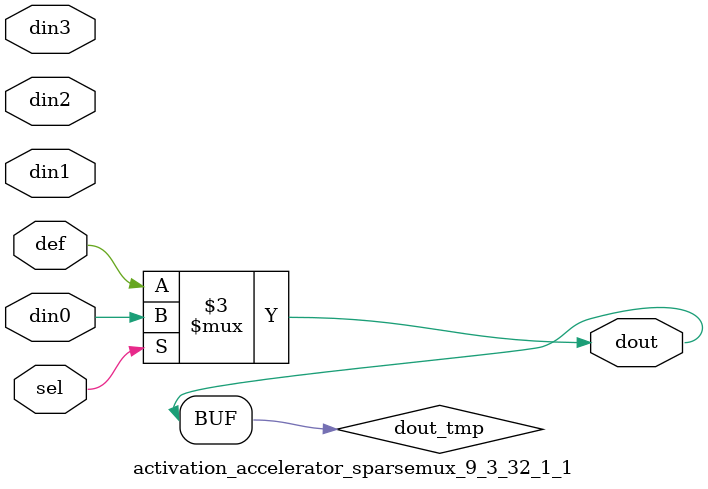
<source format=v>
`timescale 1ns / 1ps

module activation_accelerator_sparsemux_9_3_32_1_1 (din0,din1,din2,din3,def,sel,dout);

parameter din0_WIDTH = 1;

parameter din1_WIDTH = 1;

parameter din2_WIDTH = 1;

parameter din3_WIDTH = 1;

parameter def_WIDTH = 1;
parameter sel_WIDTH = 1;
parameter dout_WIDTH = 1;

parameter [sel_WIDTH-1:0] CASE0 = 1;

parameter [sel_WIDTH-1:0] CASE1 = 1;

parameter [sel_WIDTH-1:0] CASE2 = 1;

parameter [sel_WIDTH-1:0] CASE3 = 1;

parameter ID = 1;
parameter NUM_STAGE = 1;



input [din0_WIDTH-1:0] din0;

input [din1_WIDTH-1:0] din1;

input [din2_WIDTH-1:0] din2;

input [din3_WIDTH-1:0] din3;

input [def_WIDTH-1:0] def;
input [sel_WIDTH-1:0] sel;

output [dout_WIDTH-1:0] dout;



reg [dout_WIDTH-1:0] dout_tmp;


always @ (*) begin
(* parallel_case *) case (sel)
    
    CASE0 : dout_tmp = din0;
    
    CASE1 : dout_tmp = din1;
    
    CASE2 : dout_tmp = din2;
    
    CASE3 : dout_tmp = din3;
    
    default : dout_tmp = def;
endcase
end


assign dout = dout_tmp;



endmodule

</source>
